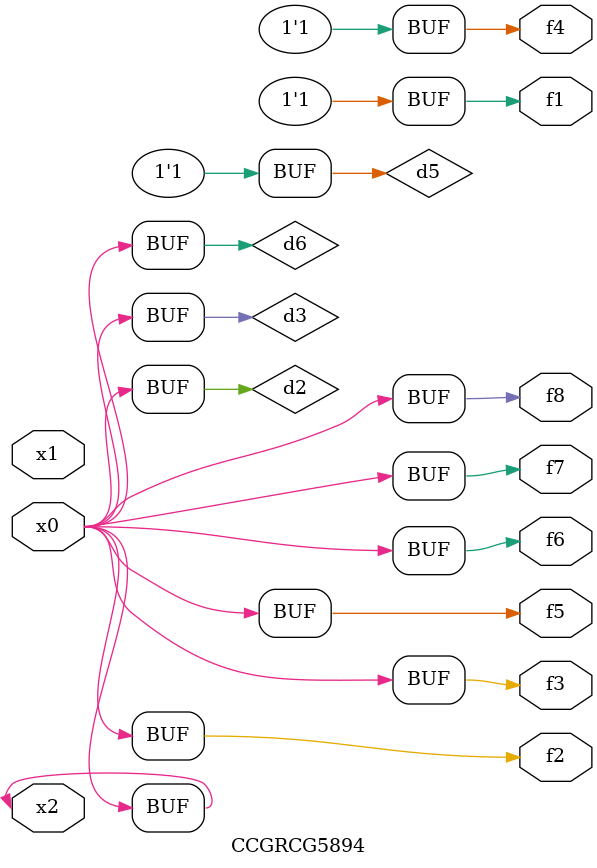
<source format=v>
module CCGRCG5894(
	input x0, x1, x2,
	output f1, f2, f3, f4, f5, f6, f7, f8
);

	wire d1, d2, d3, d4, d5, d6;

	xnor (d1, x2);
	buf (d2, x0, x2);
	and (d3, x0);
	xnor (d4, x1, x2);
	nand (d5, d1, d3);
	buf (d6, d2, d3);
	assign f1 = d5;
	assign f2 = d6;
	assign f3 = d6;
	assign f4 = d5;
	assign f5 = d6;
	assign f6 = d6;
	assign f7 = d6;
	assign f8 = d6;
endmodule

</source>
